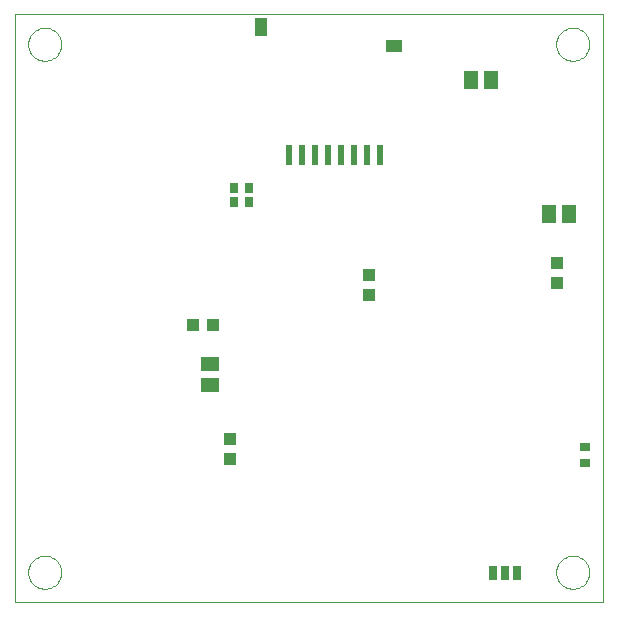
<source format=gbp>
G75*
G70*
%OFA0B0*%
%FSLAX24Y24*%
%IPPOS*%
%LPD*%
%AMOC8*
5,1,8,0,0,1.08239X$1,22.5*
%
%ADD10C,0.0000*%
%ADD11R,0.0394X0.0433*%
%ADD12R,0.0512X0.0591*%
%ADD13R,0.0236X0.0709*%
%ADD14R,0.0394X0.0610*%
%ADD15R,0.0571X0.0394*%
%ADD16R,0.0276X0.0354*%
%ADD17R,0.0591X0.0512*%
%ADD18R,0.0433X0.0394*%
%ADD19R,0.0354X0.0276*%
%ADD20R,0.0250X0.0500*%
D10*
X000160Y000288D02*
X000160Y019888D01*
X019760Y019888D01*
X019760Y000288D01*
X000160Y000288D01*
X000609Y001288D02*
X000611Y001335D01*
X000617Y001381D01*
X000627Y001427D01*
X000640Y001472D01*
X000658Y001515D01*
X000679Y001557D01*
X000703Y001597D01*
X000731Y001634D01*
X000762Y001669D01*
X000796Y001702D01*
X000832Y001731D01*
X000871Y001757D01*
X000912Y001780D01*
X000955Y001799D01*
X000999Y001815D01*
X001044Y001827D01*
X001090Y001835D01*
X001137Y001839D01*
X001183Y001839D01*
X001230Y001835D01*
X001276Y001827D01*
X001321Y001815D01*
X001365Y001799D01*
X001408Y001780D01*
X001449Y001757D01*
X001488Y001731D01*
X001524Y001702D01*
X001558Y001669D01*
X001589Y001634D01*
X001617Y001597D01*
X001641Y001557D01*
X001662Y001515D01*
X001680Y001472D01*
X001693Y001427D01*
X001703Y001381D01*
X001709Y001335D01*
X001711Y001288D01*
X001709Y001241D01*
X001703Y001195D01*
X001693Y001149D01*
X001680Y001104D01*
X001662Y001061D01*
X001641Y001019D01*
X001617Y000979D01*
X001589Y000942D01*
X001558Y000907D01*
X001524Y000874D01*
X001488Y000845D01*
X001449Y000819D01*
X001408Y000796D01*
X001365Y000777D01*
X001321Y000761D01*
X001276Y000749D01*
X001230Y000741D01*
X001183Y000737D01*
X001137Y000737D01*
X001090Y000741D01*
X001044Y000749D01*
X000999Y000761D01*
X000955Y000777D01*
X000912Y000796D01*
X000871Y000819D01*
X000832Y000845D01*
X000796Y000874D01*
X000762Y000907D01*
X000731Y000942D01*
X000703Y000979D01*
X000679Y001019D01*
X000658Y001061D01*
X000640Y001104D01*
X000627Y001149D01*
X000617Y001195D01*
X000611Y001241D01*
X000609Y001288D01*
X000609Y018888D02*
X000611Y018935D01*
X000617Y018981D01*
X000627Y019027D01*
X000640Y019072D01*
X000658Y019115D01*
X000679Y019157D01*
X000703Y019197D01*
X000731Y019234D01*
X000762Y019269D01*
X000796Y019302D01*
X000832Y019331D01*
X000871Y019357D01*
X000912Y019380D01*
X000955Y019399D01*
X000999Y019415D01*
X001044Y019427D01*
X001090Y019435D01*
X001137Y019439D01*
X001183Y019439D01*
X001230Y019435D01*
X001276Y019427D01*
X001321Y019415D01*
X001365Y019399D01*
X001408Y019380D01*
X001449Y019357D01*
X001488Y019331D01*
X001524Y019302D01*
X001558Y019269D01*
X001589Y019234D01*
X001617Y019197D01*
X001641Y019157D01*
X001662Y019115D01*
X001680Y019072D01*
X001693Y019027D01*
X001703Y018981D01*
X001709Y018935D01*
X001711Y018888D01*
X001709Y018841D01*
X001703Y018795D01*
X001693Y018749D01*
X001680Y018704D01*
X001662Y018661D01*
X001641Y018619D01*
X001617Y018579D01*
X001589Y018542D01*
X001558Y018507D01*
X001524Y018474D01*
X001488Y018445D01*
X001449Y018419D01*
X001408Y018396D01*
X001365Y018377D01*
X001321Y018361D01*
X001276Y018349D01*
X001230Y018341D01*
X001183Y018337D01*
X001137Y018337D01*
X001090Y018341D01*
X001044Y018349D01*
X000999Y018361D01*
X000955Y018377D01*
X000912Y018396D01*
X000871Y018419D01*
X000832Y018445D01*
X000796Y018474D01*
X000762Y018507D01*
X000731Y018542D01*
X000703Y018579D01*
X000679Y018619D01*
X000658Y018661D01*
X000640Y018704D01*
X000627Y018749D01*
X000617Y018795D01*
X000611Y018841D01*
X000609Y018888D01*
X018209Y018888D02*
X018211Y018935D01*
X018217Y018981D01*
X018227Y019027D01*
X018240Y019072D01*
X018258Y019115D01*
X018279Y019157D01*
X018303Y019197D01*
X018331Y019234D01*
X018362Y019269D01*
X018396Y019302D01*
X018432Y019331D01*
X018471Y019357D01*
X018512Y019380D01*
X018555Y019399D01*
X018599Y019415D01*
X018644Y019427D01*
X018690Y019435D01*
X018737Y019439D01*
X018783Y019439D01*
X018830Y019435D01*
X018876Y019427D01*
X018921Y019415D01*
X018965Y019399D01*
X019008Y019380D01*
X019049Y019357D01*
X019088Y019331D01*
X019124Y019302D01*
X019158Y019269D01*
X019189Y019234D01*
X019217Y019197D01*
X019241Y019157D01*
X019262Y019115D01*
X019280Y019072D01*
X019293Y019027D01*
X019303Y018981D01*
X019309Y018935D01*
X019311Y018888D01*
X019309Y018841D01*
X019303Y018795D01*
X019293Y018749D01*
X019280Y018704D01*
X019262Y018661D01*
X019241Y018619D01*
X019217Y018579D01*
X019189Y018542D01*
X019158Y018507D01*
X019124Y018474D01*
X019088Y018445D01*
X019049Y018419D01*
X019008Y018396D01*
X018965Y018377D01*
X018921Y018361D01*
X018876Y018349D01*
X018830Y018341D01*
X018783Y018337D01*
X018737Y018337D01*
X018690Y018341D01*
X018644Y018349D01*
X018599Y018361D01*
X018555Y018377D01*
X018512Y018396D01*
X018471Y018419D01*
X018432Y018445D01*
X018396Y018474D01*
X018362Y018507D01*
X018331Y018542D01*
X018303Y018579D01*
X018279Y018619D01*
X018258Y018661D01*
X018240Y018704D01*
X018227Y018749D01*
X018217Y018795D01*
X018211Y018841D01*
X018209Y018888D01*
X018209Y001288D02*
X018211Y001335D01*
X018217Y001381D01*
X018227Y001427D01*
X018240Y001472D01*
X018258Y001515D01*
X018279Y001557D01*
X018303Y001597D01*
X018331Y001634D01*
X018362Y001669D01*
X018396Y001702D01*
X018432Y001731D01*
X018471Y001757D01*
X018512Y001780D01*
X018555Y001799D01*
X018599Y001815D01*
X018644Y001827D01*
X018690Y001835D01*
X018737Y001839D01*
X018783Y001839D01*
X018830Y001835D01*
X018876Y001827D01*
X018921Y001815D01*
X018965Y001799D01*
X019008Y001780D01*
X019049Y001757D01*
X019088Y001731D01*
X019124Y001702D01*
X019158Y001669D01*
X019189Y001634D01*
X019217Y001597D01*
X019241Y001557D01*
X019262Y001515D01*
X019280Y001472D01*
X019293Y001427D01*
X019303Y001381D01*
X019309Y001335D01*
X019311Y001288D01*
X019309Y001241D01*
X019303Y001195D01*
X019293Y001149D01*
X019280Y001104D01*
X019262Y001061D01*
X019241Y001019D01*
X019217Y000979D01*
X019189Y000942D01*
X019158Y000907D01*
X019124Y000874D01*
X019088Y000845D01*
X019049Y000819D01*
X019008Y000796D01*
X018965Y000777D01*
X018921Y000761D01*
X018876Y000749D01*
X018830Y000741D01*
X018783Y000737D01*
X018737Y000737D01*
X018690Y000741D01*
X018644Y000749D01*
X018599Y000761D01*
X018555Y000777D01*
X018512Y000796D01*
X018471Y000819D01*
X018432Y000845D01*
X018396Y000874D01*
X018362Y000907D01*
X018331Y000942D01*
X018303Y000979D01*
X018279Y001019D01*
X018258Y001061D01*
X018240Y001104D01*
X018227Y001149D01*
X018217Y001195D01*
X018211Y001241D01*
X018209Y001288D01*
D11*
X011973Y010515D03*
X011973Y011185D03*
X007348Y005747D03*
X007348Y005078D03*
X018223Y010922D03*
X018223Y011591D03*
D12*
X017982Y013225D03*
X018651Y013225D03*
X016026Y017694D03*
X015357Y017694D03*
D13*
X012348Y015183D03*
X011914Y015183D03*
X011481Y015183D03*
X011048Y015183D03*
X010615Y015183D03*
X010182Y015183D03*
X009749Y015183D03*
X009316Y015183D03*
D14*
X008371Y019455D03*
D15*
X012800Y018825D03*
D16*
X007978Y014100D03*
X007467Y014100D03*
X007467Y013631D03*
X007978Y013631D03*
D17*
X006660Y008216D03*
X006660Y007547D03*
D18*
X006776Y009538D03*
X006107Y009538D03*
D19*
X019160Y005450D03*
X019160Y004938D03*
D20*
X016897Y001256D03*
X016504Y001256D03*
X016110Y001256D03*
M02*

</source>
